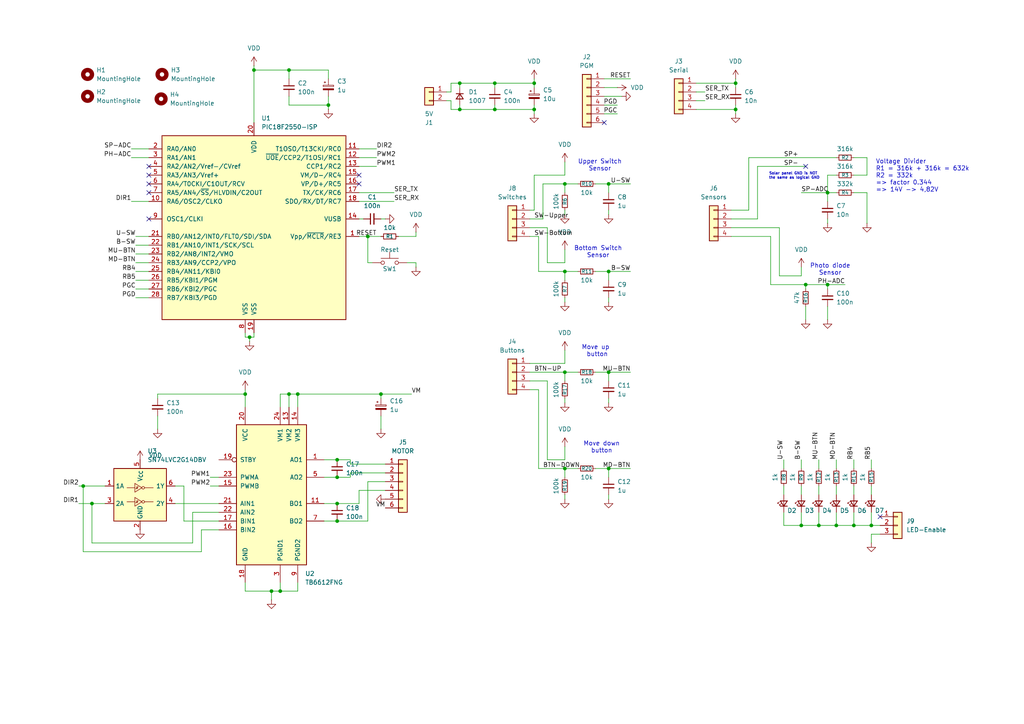
<source format=kicad_sch>
(kicad_sch (version 20250114) (generator "eeschema") (generator_version "9.0")
  (paper "A4")
  (text "Move down\nbutton" (at 174.498 129.794 0) (effects (font (size 1.27 1.27))))
  (text "Solar panel GND is NOT \nthe same as logical GND" (at 230.378 51.054 0) (effects (font (size 0.762 0.762))))
  (text "Bottom Switch\nSensor" (at 173.482 73.152 0) (effects (font (size 1.27 1.27))))
  (text "Move up \nbutton" (at 173.228 101.854 0) (effects (font (size 1.27 1.27))))
  (text "Photo diode\nSensor" (at 240.792 78.232 0) (effects (font (size 1.27 1.27))))
  (text "Upper Switch\nSensor" (at 173.99 48.006 0) (effects (font (size 1.27 1.27))))
  (text "Voltage Divider\nR1 = 316k + 316k = 632k\nR2 = 332k\n=> factor 0.344\n=> 14V -> 4,82V" (at 254 51.054 0) (effects (font (size 1.27 1.27)) (justify left)))
  (junction (at 176.53 78.74))
  (junction (at 176.53 53.34))
  (junction (at 176.53 107.95))
  (junction (at 97.79 151.13))
  (junction (at 73.66 20.32))
  (junction (at 143.51 24.13))
  (junction (at 213.36 31.75))
  (junction (at 26.67 146.05))
  (junction (at 133.35 31.75))
  (junction (at 106.68 68.58))
  (junction (at 143.51 31.75))
  (junction (at 71.12 114.3))
  (junction (at 97.79 146.05))
  (junction (at 163.83 107.95))
  (junction (at 133.35 24.13))
  (junction (at 247.65 152.4))
  (junction (at 97.79 133.35))
  (junction (at 213.36 24.13))
  (junction (at 240.03 82.55))
  (junction (at 154.94 31.75))
  (junction (at 163.83 78.74))
  (junction (at 78.74 171.45))
  (junction (at 176.53 135.89))
  (junction (at 154.94 24.13))
  (junction (at 72.39 97.79))
  (junction (at 24.13 140.97))
  (junction (at 232.41 152.4))
  (junction (at 110.49 114.3))
  (junction (at 242.57 152.4))
  (junction (at 86.36 114.3))
  (junction (at 240.03 55.88))
  (junction (at 83.82 20.32))
  (junction (at 252.73 152.4))
  (junction (at 163.83 53.34))
  (junction (at 81.28 171.45))
  (junction (at 83.82 114.3))
  (junction (at 163.83 135.89))
  (junction (at 97.79 138.43))
  (junction (at 95.25 30.48))
  (junction (at 233.68 82.55))
  (junction (at 237.49 152.4))
  (no_connect (at 233.68 48.26))
  (no_connect (at 255.27 149.86))
  (no_connect (at 43.18 63.5))
  (no_connect (at 43.18 50.8))
  (no_connect (at 43.18 48.26))
  (no_connect (at 175.26 35.56))
  (no_connect (at 104.14 53.34))
  (no_connect (at 43.18 53.34))
  (no_connect (at 43.18 55.88))
  (no_connect (at 104.14 50.8))
  (wire (pts (xy 104.14 63.5) (xy 105.41 63.5)))
  (wire (pts (xy 130.81 29.21) (xy 130.81 31.75)))
  (wire (pts (xy 176.53 107.95) (xy 182.88 107.95)))
  (wire (pts (xy 95.25 30.48) (xy 95.25 31.75)))
  (wire (pts (xy 60.96 138.43) (xy 63.5 138.43)))
  (wire (pts (xy 73.66 20.32) (xy 83.82 20.32)))
  (wire (pts (xy 153.67 66.04) (xy 158.75 66.04)))
  (wire (pts (xy 120.65 67.31) (xy 120.65 68.58)))
  (wire (pts (xy 93.98 151.13) (xy 97.79 151.13)))
  (wire (pts (xy 227.33 133.35) (xy 227.33 135.89)))
  (wire (pts (xy 53.34 151.13) (xy 53.34 140.97)))
  (wire (pts (xy 83.82 30.48) (xy 95.25 30.48)))
  (wire (pts (xy 172.72 135.89) (xy 176.53 135.89)))
  (wire (pts (xy 83.82 114.3) (xy 83.82 118.11)))
  (wire (pts (xy 247.65 152.4) (xy 252.73 152.4)))
  (wire (pts (xy 175.26 22.86) (xy 182.88 22.86)))
  (wire (pts (xy 130.81 26.67) (xy 130.81 24.13)))
  (wire (pts (xy 158.75 110.49) (xy 158.75 133.35)))
  (wire (pts (xy 81.28 168.91) (xy 81.28 171.45)))
  (wire (pts (xy 217.17 60.96) (xy 217.17 45.72)))
  (wire (pts (xy 172.72 53.34) (xy 176.53 53.34)))
  (wire (pts (xy 176.53 135.89) (xy 182.88 135.89)))
  (wire (pts (xy 45.72 120.65) (xy 45.72 124.46)))
  (wire (pts (xy 97.79 133.35) (xy 93.98 133.35)))
  (wire (pts (xy 104.14 58.42) (xy 114.3 58.42)))
  (wire (pts (xy 153.67 63.5) (xy 157.48 63.5)))
  (wire (pts (xy 22.86 140.97) (xy 24.13 140.97)))
  (wire (pts (xy 163.83 107.95) (xy 163.83 110.49)))
  (wire (pts (xy 213.36 31.75) (xy 213.36 33.02)))
  (wire (pts (xy 175.26 25.4) (xy 179.07 25.4)))
  (wire (pts (xy 233.68 82.55) (xy 240.03 82.55)))
  (wire (pts (xy 240.03 82.55) (xy 240.03 83.82)))
  (wire (pts (xy 213.36 30.48) (xy 213.36 31.75)))
  (wire (pts (xy 219.71 63.5) (xy 219.71 48.26)))
  (wire (pts (xy 93.98 138.43) (xy 97.79 138.43)))
  (wire (pts (xy 240.03 55.88) (xy 240.03 58.42)))
  (wire (pts (xy 39.37 76.2) (xy 43.18 76.2)))
  (wire (pts (xy 176.53 78.74) (xy 182.88 78.74)))
  (wire (pts (xy 252.73 154.94) (xy 255.27 154.94)))
  (wire (pts (xy 97.79 151.13) (xy 106.68 151.13)))
  (wire (pts (xy 38.1 43.18) (xy 43.18 43.18)))
  (wire (pts (xy 232.41 148.59) (xy 232.41 152.4)))
  (wire (pts (xy 71.12 171.45) (xy 78.74 171.45)))
  (wire (pts (xy 153.67 60.96) (xy 154.94 60.96)))
  (wire (pts (xy 143.51 24.13) (xy 154.94 24.13)))
  (wire (pts (xy 176.53 115.57) (xy 176.53 116.84)))
  (wire (pts (xy 251.46 45.72) (xy 251.46 50.8)))
  (wire (pts (xy 247.65 45.72) (xy 251.46 45.72)))
  (wire (pts (xy 133.35 24.13) (xy 143.51 24.13)))
  (wire (pts (xy 63.5 153.67) (xy 58.42 153.67)))
  (wire (pts (xy 223.52 82.55) (xy 233.68 82.55)))
  (wire (pts (xy 226.06 66.04) (xy 226.06 80.01)))
  (wire (pts (xy 163.83 143.51) (xy 163.83 144.78)))
  (wire (pts (xy 232.41 140.97) (xy 232.41 143.51)))
  (wire (pts (xy 55.88 157.48) (xy 26.67 157.48)))
  (wire (pts (xy 83.82 20.32) (xy 95.25 20.32)))
  (wire (pts (xy 175.26 30.48) (xy 179.07 30.48)))
  (wire (pts (xy 176.53 135.89) (xy 176.53 138.43)))
  (wire (pts (xy 39.37 81.28) (xy 43.18 81.28)))
  (wire (pts (xy 118.11 76.2) (xy 120.65 76.2)))
  (wire (pts (xy 227.33 140.97) (xy 227.33 143.51)))
  (wire (pts (xy 175.26 27.94) (xy 180.34 27.94)))
  (wire (pts (xy 143.51 30.48) (xy 143.51 31.75)))
  (wire (pts (xy 237.49 133.35) (xy 237.49 135.89)))
  (wire (pts (xy 154.94 31.75) (xy 143.51 31.75)))
  (wire (pts (xy 237.49 140.97) (xy 237.49 143.51)))
  (wire (pts (xy 237.49 148.59) (xy 237.49 152.4)))
  (wire (pts (xy 104.14 146.05) (xy 104.14 142.24)))
  (wire (pts (xy 158.75 76.2) (xy 163.83 76.2)))
  (wire (pts (xy 212.09 66.04) (xy 226.06 66.04)))
  (wire (pts (xy 154.94 31.75) (xy 154.94 33.02)))
  (wire (pts (xy 73.66 19.05) (xy 73.66 20.32)))
  (wire (pts (xy 163.83 78.74) (xy 167.64 78.74)))
  (wire (pts (xy 154.94 22.86) (xy 154.94 24.13)))
  (wire (pts (xy 86.36 114.3) (xy 86.36 118.11)))
  (wire (pts (xy 45.72 114.3) (xy 71.12 114.3)))
  (wire (pts (xy 232.41 152.4) (xy 237.49 152.4)))
  (wire (pts (xy 101.6 133.35) (xy 97.79 133.35)))
  (wire (pts (xy 110.49 120.65) (xy 110.49 124.46)))
  (wire (pts (xy 78.74 171.45) (xy 78.74 173.99)))
  (wire (pts (xy 153.67 107.95) (xy 163.83 107.95)))
  (wire (pts (xy 50.8 146.05) (xy 63.5 146.05)))
  (wire (pts (xy 93.98 146.05) (xy 97.79 146.05)))
  (wire (pts (xy 71.12 97.79) (xy 72.39 97.79)))
  (wire (pts (xy 227.33 152.4) (xy 232.41 152.4)))
  (wire (pts (xy 163.83 135.89) (xy 163.83 138.43)))
  (wire (pts (xy 58.42 153.67) (xy 58.42 160.02)))
  (wire (pts (xy 240.03 63.5) (xy 240.03 64.77)))
  (wire (pts (xy 163.83 115.57) (xy 163.83 116.84)))
  (wire (pts (xy 217.17 45.72) (xy 242.57 45.72)))
  (wire (pts (xy 242.57 140.97) (xy 242.57 143.51)))
  (wire (pts (xy 176.53 53.34) (xy 182.88 53.34)))
  (wire (pts (xy 156.21 68.58) (xy 156.21 78.74)))
  (wire (pts (xy 101.6 134.62) (xy 111.76 134.62)))
  (wire (pts (xy 233.68 88.9) (xy 233.68 92.71)))
  (wire (pts (xy 83.82 20.32) (xy 83.82 22.86)))
  (wire (pts (xy 110.49 114.3) (xy 110.49 115.57)))
  (wire (pts (xy 133.35 24.13) (xy 133.35 25.4)))
  (wire (pts (xy 153.67 110.49) (xy 158.75 110.49)))
  (wire (pts (xy 242.57 133.35) (xy 242.57 135.89)))
  (wire (pts (xy 22.86 146.05) (xy 26.67 146.05)))
  (wire (pts (xy 95.25 20.32) (xy 95.25 22.86)))
  (wire (pts (xy 154.94 60.96) (xy 154.94 50.8)))
  (wire (pts (xy 39.37 78.74) (xy 43.18 78.74)))
  (wire (pts (xy 251.46 55.88) (xy 251.46 64.77)))
  (wire (pts (xy 176.53 143.51) (xy 176.53 144.78)))
  (wire (pts (xy 120.65 77.47) (xy 120.65 76.2)))
  (wire (pts (xy 73.66 20.32) (xy 73.66 35.56)))
  (wire (pts (xy 242.57 50.8) (xy 240.03 50.8)))
  (wire (pts (xy 157.48 53.34) (xy 163.83 53.34)))
  (wire (pts (xy 227.33 148.59) (xy 227.33 152.4)))
  (wire (pts (xy 163.83 60.96) (xy 163.83 62.23)))
  (wire (pts (xy 176.53 86.36) (xy 176.53 87.63)))
  (wire (pts (xy 212.09 63.5) (xy 219.71 63.5)))
  (wire (pts (xy 163.83 53.34) (xy 163.83 55.88)))
  (wire (pts (xy 252.73 157.48) (xy 252.73 154.94)))
  (wire (pts (xy 233.68 82.55) (xy 233.68 83.82)))
  (wire (pts (xy 95.25 27.94) (xy 95.25 30.48)))
  (wire (pts (xy 157.48 63.5) (xy 157.48 53.34)))
  (wire (pts (xy 38.1 45.72) (xy 43.18 45.72)))
  (wire (pts (xy 104.14 48.26) (xy 109.22 48.26)))
  (wire (pts (xy 232.41 55.88) (xy 240.03 55.88)))
  (wire (pts (xy 104.14 45.72) (xy 109.22 45.72)))
  (wire (pts (xy 101.6 134.62) (xy 101.6 133.35)))
  (wire (pts (xy 201.93 24.13) (xy 213.36 24.13)))
  (wire (pts (xy 154.94 30.48) (xy 154.94 31.75)))
  (wire (pts (xy 252.73 133.35) (xy 252.73 135.89)))
  (wire (pts (xy 63.5 151.13) (xy 53.34 151.13)))
  (wire (pts (xy 153.67 113.03) (xy 156.21 113.03)))
  (wire (pts (xy 133.35 31.75) (xy 130.81 31.75)))
  (wire (pts (xy 240.03 55.88) (xy 242.57 55.88)))
  (wire (pts (xy 163.83 72.39) (xy 163.83 76.2)))
  (wire (pts (xy 247.65 50.8) (xy 251.46 50.8)))
  (wire (pts (xy 81.28 118.11) (xy 81.28 114.3)))
  (wire (pts (xy 240.03 88.9) (xy 240.03 92.71)))
  (wire (pts (xy 226.06 80.01) (xy 232.41 80.01)))
  (wire (pts (xy 232.41 133.35) (xy 232.41 135.89)))
  (wire (pts (xy 163.83 135.89) (xy 167.64 135.89)))
  (wire (pts (xy 101.6 137.16) (xy 111.76 137.16)))
  (wire (pts (xy 24.13 160.02) (xy 24.13 140.97)))
  (wire (pts (xy 163.83 78.74) (xy 163.83 81.28)))
  (wire (pts (xy 39.37 86.36) (xy 43.18 86.36)))
  (wire (pts (xy 163.83 53.34) (xy 167.64 53.34)))
  (wire (pts (xy 86.36 114.3) (xy 110.49 114.3)))
  (wire (pts (xy 55.88 148.59) (xy 55.88 157.48)))
  (wire (pts (xy 106.68 139.7) (xy 111.76 139.7)))
  (wire (pts (xy 86.36 171.45) (xy 86.36 168.91)))
  (wire (pts (xy 26.67 146.05) (xy 30.48 146.05)))
  (wire (pts (xy 201.93 31.75) (xy 213.36 31.75)))
  (wire (pts (xy 106.68 68.58) (xy 110.49 68.58)))
  (wire (pts (xy 242.57 152.4) (xy 247.65 152.4)))
  (wire (pts (xy 45.72 115.57) (xy 45.72 114.3)))
  (wire (pts (xy 212.09 68.58) (xy 223.52 68.58)))
  (wire (pts (xy 163.83 101.6) (xy 163.83 105.41)))
  (wire (pts (xy 158.75 66.04) (xy 158.75 76.2)))
  (wire (pts (xy 104.14 55.88) (xy 114.3 55.88)))
  (wire (pts (xy 153.67 105.41) (xy 163.83 105.41)))
  (wire (pts (xy 104.14 43.18) (xy 109.22 43.18)))
  (wire (pts (xy 240.03 50.8) (xy 240.03 55.88)))
  (wire (pts (xy 242.57 148.59) (xy 242.57 152.4)))
  (wire (pts (xy 247.65 140.97) (xy 247.65 143.51)))
  (wire (pts (xy 73.66 96.52) (xy 73.66 97.79)))
  (wire (pts (xy 97.79 146.05) (xy 104.14 146.05)))
  (wire (pts (xy 133.35 30.48) (xy 133.35 31.75)))
  (wire (pts (xy 110.49 63.5) (xy 111.76 63.5)))
  (wire (pts (xy 156.21 78.74) (xy 163.83 78.74)))
  (wire (pts (xy 143.51 24.13) (xy 143.51 25.4)))
  (wire (pts (xy 223.52 68.58) (xy 223.52 82.55)))
  (wire (pts (xy 201.93 26.67) (xy 204.47 26.67)))
  (wire (pts (xy 213.36 22.86) (xy 213.36 24.13)))
  (wire (pts (xy 81.28 171.45) (xy 86.36 171.45)))
  (wire (pts (xy 104.14 68.58) (xy 106.68 68.58)))
  (wire (pts (xy 213.36 24.13) (xy 213.36 25.4)))
  (wire (pts (xy 71.12 114.3) (xy 71.12 118.11)))
  (wire (pts (xy 201.93 29.21) (xy 204.47 29.21)))
  (wire (pts (xy 26.67 157.48) (xy 26.67 146.05)))
  (wire (pts (xy 219.71 48.26) (xy 233.68 48.26)))
  (wire (pts (xy 106.68 76.2) (xy 106.68 68.58)))
  (wire (pts (xy 163.83 86.36) (xy 163.83 87.63)))
  (wire (pts (xy 163.83 46.99) (xy 163.83 50.8)))
  (wire (pts (xy 39.37 73.66) (xy 43.18 73.66)))
  (wire (pts (xy 106.68 139.7) (xy 106.68 151.13)))
  (wire (pts (xy 71.12 168.91) (xy 71.12 171.45)))
  (wire (pts (xy 156.21 113.03) (xy 156.21 135.89)))
  (wire (pts (xy 71.12 113.03) (xy 71.12 114.3)))
  (wire (pts (xy 39.37 71.12) (xy 43.18 71.12)))
  (wire (pts (xy 110.49 114.3) (xy 119.38 114.3)))
  (wire (pts (xy 143.51 31.75) (xy 133.35 31.75)))
  (wire (pts (xy 58.42 160.02) (xy 24.13 160.02)))
  (wire (pts (xy 78.74 171.45) (xy 81.28 171.45)))
  (wire (pts (xy 39.37 83.82) (xy 43.18 83.82)))
  (wire (pts (xy 176.53 60.96) (xy 176.53 62.23)))
  (wire (pts (xy 130.81 24.13) (xy 133.35 24.13)))
  (wire (pts (xy 176.53 53.34) (xy 176.53 55.88)))
  (wire (pts (xy 63.5 148.59) (xy 55.88 148.59)))
  (wire (pts (xy 176.53 107.95) (xy 176.53 110.49)))
  (wire (pts (xy 175.26 33.02) (xy 179.07 33.02)))
  (wire (pts (xy 107.95 76.2) (xy 106.68 76.2)))
  (wire (pts (xy 154.94 50.8) (xy 163.83 50.8)))
  (wire (pts (xy 172.72 78.74) (xy 176.53 78.74)))
  (wire (pts (xy 176.53 78.74) (xy 176.53 81.28)))
  (wire (pts (xy 163.83 129.54) (xy 163.83 133.35)))
  (wire (pts (xy 72.39 97.79) (xy 72.39 99.06)))
  (wire (pts (xy 115.57 68.58) (xy 120.65 68.58)))
  (wire (pts (xy 153.67 68.58) (xy 156.21 68.58)))
  (wire (pts (xy 101.6 138.43) (xy 101.6 137.16)))
  (wire (pts (xy 39.37 68.58) (xy 43.18 68.58)))
  (wire (pts (xy 252.73 148.59) (xy 252.73 152.4)))
  (wire (pts (xy 247.65 55.88) (xy 251.46 55.88)))
  (wire (pts (xy 104.14 142.24) (xy 111.76 142.24)))
  (wire (pts (xy 240.03 82.55) (xy 245.11 82.55)))
  (wire (pts (xy 83.82 27.94) (xy 83.82 30.48)))
  (wire (pts (xy 53.34 140.97) (xy 50.8 140.97)))
  (wire (pts (xy 156.21 135.89) (xy 163.83 135.89)))
  (wire (pts (xy 97.79 138.43) (xy 101.6 138.43)))
  (wire (pts (xy 81.28 114.3) (xy 83.82 114.3)))
  (wire (pts (xy 212.09 60.96) (xy 217.17 60.96)))
  (wire (pts (xy 163.83 107.95) (xy 167.64 107.95)))
  (wire (pts (xy 83.82 114.3) (xy 86.36 114.3)))
  (wire (pts (xy 158.75 133.35) (xy 163.83 133.35)))
  (wire (pts (xy 72.39 97.79) (xy 73.66 97.79)))
  (wire (pts (xy 252.73 140.97) (xy 252.73 143.51)))
  (wire (pts (xy 247.65 133.35) (xy 247.65 135.89)))
  (wire (pts (xy 172.72 107.95) (xy 176.53 107.95)))
  (wire (pts (xy 247.65 148.59) (xy 247.65 152.4)))
  (wire (pts (xy 129.54 26.67) (xy 130.81 26.67)))
  (wire (pts (xy 24.13 140.97) (xy 30.48 140.97)))
  (wire (pts (xy 252.73 152.4) (xy 255.27 152.4)))
  (wire (pts (xy 237.49 152.4) (xy 242.57 152.4)))
  (wire (pts (xy 232.41 80.01) (xy 232.41 77.47)))
  (wire (pts (xy 71.12 96.52) (xy 71.12 97.79)))
  (wire (pts (xy 38.1 58.42) (xy 43.18 58.42)))
  (wire (pts (xy 130.81 29.21) (xy 129.54 29.21)))
  (wire (pts (xy 154.94 24.13) (xy 154.94 25.4)))
  (wire (pts (xy 60.96 140.97) (xy 63.5 140.97)))
  (label "SER_RX" (at 114.3 58.42 0))
  (label "MU-BTN" (at 237.49 133.35 90))
  (label "PWM1" (at 60.96 138.43 180))
  (label "MD-BTN" (at 39.37 76.2 180))
  (label "B-SW" (at 232.41 133.35 90))
  (label "VM" (at 119.38 114.3 0))
  (label "RESET" (at 109.22 68.58 180))
  (label "U-SW" (at 39.37 68.58 180))
  (label "U-SW" (at 227.33 133.35 90))
  (label "PH-ADC" (at 245.11 82.55 180))
  (label "DIR2" (at 22.86 140.97 180))
  (label "PWM2" (at 60.96 140.97 180))
  (label "RB5" (at 252.73 133.35 90))
  (label "SP+" (at 227.33 45.72 0))
  (label "BTN-DOWN" (at 157.48 135.89 0))
  (label "PWM2" (at 109.22 45.72 0))
  (label "SP-" (at 227.33 48.26 0))
  (label "RESET" (at 182.88 22.86 180))
  (label "DIR2" (at 109.22 43.18 0))
  (label "DIR1" (at 22.86 146.05 180))
  (label "PGC" (at 179.07 33.02 180))
  (label "PGC" (at 39.37 83.82 180))
  (label "SP-ADC" (at 38.1 43.18 180))
  (label "RB5" (at 39.37 81.28 180))
  (label "VM" (at 111.76 147.32 180))
  (label "MD-BTN" (at 182.88 135.89 180))
  (label "PGD" (at 39.37 86.36 180))
  (label "SW-Upper" (at 154.94 63.5 0))
  (label "PGD" (at 179.07 30.48 180))
  (label "MU-BTN" (at 39.37 73.66 180))
  (label "MU-BTN" (at 182.88 107.95 180))
  (label "RB4" (at 39.37 78.74 180))
  (label "PH-ADC" (at 38.1 45.72 180))
  (label "BTN-UP" (at 154.94 107.95 0))
  (label "DIR1" (at 38.1 58.42 180))
  (label "RB4" (at 247.65 133.35 90))
  (label "U-SW" (at 182.88 53.34 180))
  (label "SER_TX" (at 114.3 55.88 0))
  (label "MD-BTN" (at 242.57 133.35 90))
  (label "SER_RX" (at 204.47 29.21 0))
  (label "B-SW" (at 182.88 78.74 180))
  (label "SW-Bottom" (at 154.94 68.58 0))
  (label "B-SW" (at 39.37 71.12 180))
  (label "SP-ADC" (at 232.41 55.88 0))
  (label "PWM1" (at 109.22 48.26 0))
  (label "SER_TX" (at 204.47 26.67 0))
  (symbol (lib_id "Device:R_Small") (at 247.65 138.43 180) (unit 1)
    (property "Reference" "R14" (at 247.65 138.43 90) (effects (font (size 1.016 1.016))))
    (property "Value" "1k" (at 245.11 138.43 90))
    (property "Footprint" "Resistor_SMD:R_0603_1608Metric_Pad0.98x0.95mm_HandSolder" (effects (hide yes)))
    (property "Description" "Resistor, small symbol" (effects (hide yes)))
  )
  (symbol (lib_id "power:GND") (at 176.53 116.84 0) (unit 1)
    (property "Reference" "#PWR029" (effects (hide yes)))
    (property "Value" "GND" (effects (hide yes)))
    (property "Description" "Power symbol creates a global label with name \"GND\" , ground" (effects (hide yes)))
  )
  (symbol (lib_id "power:GND") (at 111.76 63.5 90) (unit 1)
    (property "Reference" "#PWR05" (effects (hide yes)))
    (property "Value" "GND" (effects (hide yes)))
    (property "Description" "Power symbol creates a global label with name \"GND\" , ground" (effects (hide yes)))
  )
  (symbol (lib_id "Connector_Generic:Conn_01x06") (at 116.84 139.7 0) (unit 1)
    (property "Reference" "J5" (at 116.84 128.27 0))
    (property "Value" "MOTOR" (at 116.84 130.81 0))
    (property "Footprint" "Connector_PinHeader_2.54mm:PinHeader_1x06_P2.54mm_Vertical" (effects (hide yes)))
    (property "Description" "Generic connector, single row, 01x06, script generated (kicad-library-utils/schlib/autogen/connector/)" (effects (hide yes)))
  )
  (symbol (lib_id "Device:R_Small") (at 227.33 138.43 180) (unit 1)
    (property "Reference" "R8" (at 227.33 138.43 90) (effects (font (size 1.016 1.016))))
    (property "Value" "1k" (at 224.79 138.43 90))
    (property "Footprint" "Resistor_SMD:R_0603_1608Metric_Pad0.98x0.95mm_HandSolder" (effects (hide yes)))
    (property "Description" "Resistor, small symbol" (effects (hide yes)))
  )
  (symbol (lib_id "power:GND") (at 240.03 64.77 0) (unit 1)
    (property "Reference" "#PWR016" (effects (hide yes)))
    (property "Value" "GND" (effects (hide yes)))
    (property "Description" "Power symbol creates a global label with name \"GND\" , ground" (effects (hide yes)))
  )
  (symbol (lib_id "power:GND") (at 163.83 87.63 0) (unit 1)
    (property "Reference" "#PWR022" (effects (hide yes)))
    (property "Value" "GND" (effects (hide yes)))
    (property "Description" "Power symbol creates a global label with name \"GND\" , ground" (effects (hide yes)))
  )
  (symbol (lib_id "Device:D_Small") (at 133.35 27.94 270) (unit 1)
    (property "Reference" "D1" (at 135.89 26.6699 90) (effects (justify left)))
    (property "Value" "1007" (at 135.89 29.2099 90) (effects (justify left)))
    (property "Footprint" "Diode_THT:D_DO-15_P10.16mm_Horizontal" (effects (hide yes)))
    (property "Description" "Diode, small symbol" (effects (hide yes)))
    (property "Sim.Device" "D" (effects (hide yes)))
    (property "Sim.Pins" "1=K 2=A" (effects (hide yes)))
  )
  (symbol (lib_id "Device:C_Small") (at 107.95 63.5 90) (unit 1)
    (property "Reference" "C1" (at 107.9563 57.15 90))
    (property "Value" "100n" (at 107.9563 59.69 90))
    (property "Footprint" "Capacitor_SMD:C_0603_1608Metric_Pad1.08x0.95mm_HandSolder" (effects (hide yes)))
    (property "Description" "Unpolarized capacitor, small symbol" (effects (hide yes)))
  )
  (symbol (lib_id "power:GND") (at 72.39 99.06 0) (unit 1)
    (property "Reference" "#PWR012" (effects (hide yes)))
    (property "Value" "GND" (effects (hide yes)))
    (property "Description" "Power symbol creates a global label with name \"GND\" , ground" (effects (hide yes)))
  )
  (symbol (lib_id "Switch:SW_Push") (at 113.03 76.2 0) (unit 1)
    (property "Reference" "SW1" (at 113.03 77.978 0))
    (property "Value" "Reset" (at 113.03 72.39 0))
    (property "Footprint" "Button_Switch_THT:SW_PUSH_6mm_H4.3mm" (effects (hide yes)))
    (property "Description" "Push button switch, generic, two pins" (effects (hide yes)))
  )
  (symbol (lib_id "Connector_Generic:Conn_01x02") (at 124.46 26.67 0) (mirror y) (unit 1)
    (property "Reference" "J1" (at 124.46 35.56 0))
    (property "Value" "5V" (at 124.46 33.02 0))
    (property "Footprint" "TerminalBlock:TerminalBlock_bornier-2_P5.08mm" (effects (hide yes)))
    (property "Description" "Generic connector, single row, 01x02, script generated (kicad-library-utils/schlib/autogen/connector/)" (effects (hide yes)))
  )
  (symbol (lib_id "power:VDD") (at 163.83 46.99 0) (unit 1)
    (property "Reference" "#PWR018" (effects (hide yes)))
    (property "Value" "VDD" (at 163.83 41.91 0))
    (property "Description" "Power symbol creates a global label with name \"VDD\"" (effects (hide yes)))
  )
  (symbol (lib_id "Device:R_Small") (at 163.83 113.03 180) (unit 1)
    (property "Reference" "R17" (at 163.83 113.03 90) (effects (font (size 1.016 1.016))))
    (property "Value" "100k" (at 161.29 113.03 90))
    (property "Footprint" "Resistor_SMD:R_0603_1608Metric_Pad0.98x0.95mm_HandSolder" (effects (hide yes)))
    (property "Description" "Resistor, small symbol" (effects (hide yes)))
  )
  (symbol (lib_id "Connector_Generic:Conn_01x04") (at 196.85 26.67 0) (mirror y) (unit 1)
    (property "Reference" "J3" (at 196.85 17.78 0))
    (property "Value" "Serial" (at 196.85 20.32 0))
    (property "Footprint" "Connector_Molex:Molex_PicoBlade_53047-0410_1x04_P1.25mm_Vertical" (effects (hide yes)))
    (property "Description" "Generic connector, single row, 01x04, script generated (kicad-library-utils/schlib/autogen/connector/)" (effects (hide yes)))
  )
  (symbol (lib_id "Connector_Generic:Conn_01x04") (at 207.01 63.5 0) (mirror y) (unit 1)
    (property "Reference" "J6" (at 207.01 54.61 0))
    (property "Value" "Sensors" (at 207.01 57.15 0))
    (property "Footprint" "Connector_Molex:Molex_PicoBlade_53047-0410_1x04_P1.25mm_Vertical" (effects (hide yes)))
    (property "Description" "Generic connector, single row, 01x04, script generated (kicad-library-utils/schlib/autogen/connector/)" (effects (hide yes)))
  )
  (symbol (lib_id "power:GND") (at 45.72 124.46 0) (unit 1)
    (property "Reference" "#PWR034" (effects (hide yes)))
    (property "Value" "GND" (effects (hide yes)))
    (property "Description" "Power symbol creates a global label with name \"GND\" , ground" (effects (hide yes)))
  )
  (symbol (lib_id "Device:C_Small") (at 213.36 27.94 0) (unit 1)
    (property "Reference" "C6" (at 215.9 26.6762 0) (effects (justify left)))
    (property "Value" "10n" (at 215.9 29.2162 0) (effects (justify left)))
    (property "Footprint" "Capacitor_SMD:C_0603_1608Metric_Pad1.08x0.95mm_HandSolder" (effects (hide yes)))
    (property "Description" "Unpolarized capacitor, small symbol" (effects (hide yes)))
  )
  (symbol (lib_id "Device:C_Small") (at 143.51 27.94 0) (unit 1)
    (property "Reference" "C4" (at 146.05 26.6762 0) (effects (justify left)))
    (property "Value" "100n" (at 146.05 29.2162 0) (effects (justify left)))
    (property "Footprint" "Capacitor_SMD:C_0603_1608Metric_Pad1.08x0.95mm_HandSolder" (effects (hide yes)))
    (property "Description" "Unpolarized capacitor, small symbol" (effects (hide yes)))
  )
  (symbol (lib_id "power:VDD") (at 120.65 67.31 0) (unit 1)
    (property "Reference" "#PWR03" (effects (hide yes)))
    (property "Value" "VDD" (at 120.65 62.23 0))
    (property "Description" "Power symbol creates a global label with name \"VDD\"" (effects (hide yes)))
  )
  (symbol (lib_id "Device:R_Small") (at 233.68 86.36 180) (unit 1)
    (property "Reference" "R16" (at 233.68 86.36 90) (effects (font (size 1.016 1.016))))
    (property "Value" "47k" (at 231.14 86.36 90))
    (property "Footprint" "Resistor_SMD:R_0603_1608Metric_Pad0.98x0.95mm_HandSolder" (effects (hide yes)))
    (property "Description" "Resistor, small symbol" (effects (hide yes)))
  )
  (symbol (lib_id "Device:C_Polarized_Small") (at 110.49 118.11 0) (unit 1)
    (property "Reference" "C16" (at 113.03 116.2938 0) (effects (justify left)))
    (property "Value" "1u" (at 113.03 118.8338 0) (effects (justify left)))
    (property "Footprint" "Capacitor_Tantalum_SMD:CP_EIA-3216-10_Kemet-I_HandSolder" (effects (hide yes)))
    (property "Description" "Polarized capacitor, small symbol" (effects (hide yes)))
  )
  (symbol (lib_id "power:VDD") (at 73.66 19.05 0) (unit 1)
    (property "Reference" "#PWR01" (effects (hide yes)))
    (property "Value" "VDD" (at 73.66 13.97 0))
    (property "Description" "Power symbol creates a global label with name \"VDD\"" (effects (hide yes)))
  )
  (symbol (lib_id "power:GND") (at 163.83 62.23 0) (unit 1)
    (property "Reference" "#PWR019" (effects (hide yes)))
    (property "Value" "GND" (effects (hide yes)))
    (property "Description" "Power symbol creates a global label with name \"GND\" , ground" (effects (hide yes)))
  )
  (symbol (lib_id "power:VDD") (at 40.64 133.35 0) (unit 1)
    (property "Reference" "#PWR013" (effects (hide yes)))
    (property "Value" "VDD" (at 43.18 132.0799 0) (effects (justify left)))
    (property "Description" "Power symbol creates a global label with name \"VDD\"" (effects (hide yes)))
  )
  (symbol (lib_id "Device:LED_Small") (at 247.65 146.05 90) (unit 1)
    (property "Reference" "D6" (at 248.666 148.082 90) (effects (justify right)))
    (property "Value" "LED_Small" (effects (hide yes)))
    (property "Footprint" "LED_SMD:LED_0603_1608Metric_Pad1.05x0.95mm_HandSolder" (effects (hide yes)))
    (property "Description" "Light emitting diode, small symbol" (effects (hide yes)))
    (property "Sim.Pin" "1=K 2=A" (effects (hide yes)))
  )
  (symbol (lib_id "power:GND") (at 154.94 33.02 0) (unit 1)
    (property "Reference" "#PWR07" (effects (hide yes)))
    (property "Value" "GND" (effects (hide yes)))
    (property "Description" "Power symbol creates a global label with name \"GND\" , ground" (effects (hide yes)))
  )
  (symbol (lib_id "Connector_Generic:Conn_01x06") (at 170.18 27.94 0) (mirror y) (unit 1)
    (property "Reference" "J2" (at 170.18 16.51 0))
    (property "Value" "PGM" (at 170.18 19.05 0))
    (property "Footprint" "Connector_PinHeader_2.54mm:PinHeader_1x06_P2.54mm_Vertical" (effects (hide yes)))
    (property "Description" "Generic connector, single row, 01x06, script generated (kicad-library-utils/schlib/autogen/connector/)" (effects (hide yes)))
  )
  (symbol (lib_id "power:GND") (at 213.36 33.02 0) (unit 1)
    (property "Reference" "#PWR011" (effects (hide yes)))
    (property "Value" "GND" (effects (hide yes)))
    (property "Description" "Power symbol creates a global label with name \"GND\" , ground" (effects (hide yes)))
  )
  (symbol (lib_id "Device:R_Small") (at 163.83 58.42 180) (unit 1)
    (property "Reference" "R6" (at 163.83 58.42 90) (effects (font (size 1.016 1.016))))
    (property "Value" "100k" (at 161.29 58.42 90))
    (property "Footprint" "Resistor_SMD:R_0603_1608Metric_Pad0.98x0.95mm_HandSolder" (effects (hide yes)))
    (property "Description" "Resistor, small symbol" (effects (hide yes)))
  )
  (symbol (lib_id "power:GND") (at 251.46 64.77 0) (unit 1)
    (property "Reference" "#PWR015" (effects (hide yes)))
    (property "Value" "GND" (effects (hide yes)))
    (property "Description" "Power symbol creates a global label with name \"GND\" , ground" (effects (hide yes)))
  )
  (symbol (lib_id "Device:R_Small") (at 163.83 140.97 180) (unit 1)
    (property "Reference" "R19" (at 163.83 140.97 90) (effects (font (size 1.016 1.016))))
    (property "Value" "100k" (at 161.29 140.97 90))
    (property "Footprint" "Resistor_SMD:R_0603_1608Metric_Pad0.98x0.95mm_HandSolder" (effects (hide yes)))
    (property "Description" "Resistor, small symbol" (effects (hide yes)))
  )
  (symbol (lib_id "Device:C_Small") (at 240.03 60.96 0) (unit 1)
    (property "Reference" "C7" (at 242.57 59.6962 0) (effects (justify left)))
    (property "Value" "10n" (at 242.57 62.2362 0) (effects (justify left)))
    (property "Footprint" "Capacitor_SMD:C_0603_1608Metric_Pad1.08x0.95mm_HandSolder" (effects (hide yes)))
    (property "Description" "Unpolarized capacitor, small symbol" (effects (hide yes)))
  )
  (symbol (lib_id "Device:LED_Small") (at 237.49 146.05 90) (unit 1)
    (property "Reference" "D4" (at 238.506 148.082 90) (effects (justify right)))
    (property "Value" "LED_Small" (effects (hide yes)))
    (property "Footprint" "LED_SMD:LED_0603_1608Metric_Pad1.05x0.95mm_HandSolder" (effects (hide yes)))
    (property "Description" "Light emitting diode, small symbol" (effects (hide yes)))
    (property "Sim.Pin" "1=K 2=A" (effects (hide yes)))
  )
  (symbol (lib_id "power:GND") (at 240.03 92.71 0) (unit 1)
    (property "Reference" "#PWR026" (effects (hide yes)))
    (property "Value" "GND" (effects (hide yes)))
    (property "Description" "Power symbol creates a global label with name \"GND\" , ground" (effects (hide yes)))
  )
  (symbol (lib_id "MCU_Microchip_PIC18:PIC18F2550-ISP") (at 73.66 66.04 0) (unit 1)
    (property "Reference" "U1" (at 75.8033 34.29 0) (effects (justify left)))
    (property "Value" "PIC18F2550-ISP" (at 75.8033 36.83 0) (effects (justify left)))
    (property "Footprint" "Package_DIP:DIP-28_W7.62mm" (effects (hide yes)))
    (property "Datasheet" "http://ww1.microchip.com/downloads/en/devicedoc/39632c.pdf" (effects (hide yes)))
    (property "Description" "32K Flash, 2K SRAM, 256 EEPROM, USB, nanoWatt XLP, SPDIP28" (effects (hide yes)))
  )
  (symbol (lib_id "Driver_Motor:TB6612FNG") (at 78.74 143.51 0) (unit 1)
    (property "Reference" "U2" (at 88.5033 166.37 0) (effects (justify left)))
    (property "Value" "TB6612FNG" (at 88.5033 168.91 0) (effects (justify left)))
    (property "Footprint" "Package_SO:SSOP-24_5.3x8.2mm_P0.65mm" (effects (hide yes)))
    (property "Datasheet" "https://toshiba.semicon-storage.com/us/product/linear/motordriver/detail.TB6612FNG.html" (effects (hide yes)))
    (property "Description" "Driver IC for Dual DC motor, SSOP-24" (effects (hide yes)))
  )
  (symbol (lib_id "power:GND") (at 233.68 92.71 0) (unit 1)
    (property "Reference" "#PWR025" (effects (hide yes)))
    (property "Value" "GND" (effects (hide yes)))
    (property "Description" "Power symbol creates a global label with name \"GND\" , ground" (effects (hide yes)))
  )
  (symbol (lib_id "power:GND") (at 176.53 62.23 0) (unit 1)
    (property "Reference" "#PWR023" (effects (hide yes)))
    (property "Value" "GND" (effects (hide yes)))
    (property "Description" "Power symbol creates a global label with name \"GND\" , ground" (effects (hide yes)))
  )
  (symbol (lib_id "power:GND") (at 78.74 173.99 0) (unit 1)
    (property "Reference" "#PWR036" (effects (hide yes)))
    (property "Value" "GND" (effects (hide yes)))
    (property "Description" "Power symbol creates a global label with name \"GND\" , ground" (effects (hide yes)))
  )
  (symbol (lib_id "Device:R_Small") (at 245.11 55.88 90) (unit 1)
    (property "Reference" "R4" (at 245.11 55.88 90) (effects (font (size 1.016 1.016))))
    (property "Value" "332k" (at 245.11 53.34 90))
    (property "Footprint" "Resistor_SMD:R_0603_1608Metric_Pad0.98x0.95mm_HandSolder" (effects (hide yes)))
    (property "Description" "Resistor, small symbol" (effects (hide yes)))
  )
  (symbol (lib_id "power:VDD") (at 213.36 22.86 0) (unit 1)
    (property "Reference" "#PWR010" (effects (hide yes)))
    (property "Value" "VDD" (at 213.36 17.78 0))
    (property "Description" "Power symbol creates a global label with name \"VDD\"" (effects (hide yes)))
  )
  (symbol (lib_id "Mechanical:MountingHole") (at 46.727 28.6881 0) (unit 1) (in_bom no)
    (property "Reference" "H4" (at 49.267 27.418 0) (effects (justify left)))
    (property "Value" "MountingHole" (at 49.267 29.958 0) (effects (justify left)))
    (property "Footprint" "MountingHole:MountingHole_3.2mm_M3_Pad_Via" (effects (hide yes)))
    (property "Description" "Mounting Hole without connection" (effects (hide yes)))
  )
  (symbol (lib_id "Device:C_Small") (at 240.03 86.36 0) (unit 1)
    (property "Reference" "C10" (at 242.57 85.0962 0) (effects (justify left)))
    (property "Value" "100n" (at 242.57 87.6362 0) (effects (justify left)))
    (property "Footprint" "Capacitor_SMD:C_0603_1608Metric_Pad1.08x0.95mm_HandSolder" (effects (hide yes)))
    (property "Description" "Unpolarized capacitor, small symbol" (effects (hide yes)))
  )
  (symbol (lib_id "Device:C_Small") (at 83.82 25.4 0) (unit 1)
    (property "Reference" "C2" (at 86.36 24.1362 0) (effects (justify left)))
    (property "Value" "100n" (at 86.36 26.6762 0) (effects (justify left)))
    (property "Footprint" "Capacitor_SMD:C_0603_1608Metric_Pad1.08x0.95mm_HandSolder" (effects (hide yes)))
    (property "Description" "Unpolarized capacitor, small symbol" (effects (hide yes)))
  )
  (symbol (lib_id "power:GND") (at 252.73 157.48 0) (unit 1)
    (property "Reference" "#PWR020" (effects (hide yes)))
    (property "Value" "GND" (effects (hide yes)))
    (property "Description" "Power symbol creates a global label with name \"GND\" , ground" (effects (hide yes)))
  )
  (symbol (lib_id "Device:R_Small") (at 232.41 138.43 180) (unit 1)
    (property "Reference" "R9" (at 232.41 138.43 90) (effects (font (size 1.016 1.016))))
    (property "Value" "1k" (at 229.87 138.43 90))
    (property "Footprint" "Resistor_SMD:R_0603_1608Metric_Pad0.98x0.95mm_HandSolder" (effects (hide yes)))
    (property "Description" "Resistor, small symbol" (effects (hide yes)))
  )
  (symbol (lib_id "power:VDD") (at 179.07 25.4 270) (unit 1)
    (property "Reference" "#PWR08" (effects (hide yes)))
    (property "Value" "VDD" (at 182.88 25.3999 90) (effects (justify left)))
    (property "Description" "Power symbol creates a global label with name \"VDD\"" (effects (hide yes)))
  )
  (symbol (lib_id "Device:R_Small") (at 170.18 107.95 270) (unit 1)
    (property "Reference" "R18" (at 170.18 107.95 90) (effects (font (size 1.016 1.016))))
    (property "Value" "10k" (at 170.18 110.49 90))
    (property "Footprint" "Resistor_SMD:R_0603_1608Metric_Pad0.98x0.95mm_HandSolder" (effects (hide yes)))
    (property "Description" "Resistor, small symbol" (effects (hide yes)))
  )
  (symbol (lib_id "power:GND") (at 110.49 124.46 0) (unit 1)
    (property "Reference" "#PWR035" (effects (hide yes)))
    (property "Value" "GND" (effects (hide yes)))
    (property "Description" "Power symbol creates a global label with name \"GND\" , ground" (effects (hide yes)))
  )
  (symbol (lib_id "Device:R_Small") (at 245.11 45.72 90) (unit 1)
    (property "Reference" "R2" (at 245.11 45.72 90) (effects (font (size 1.016 1.016))))
    (property "Value" "316k" (at 245.11 43.18 90))
    (property "Footprint" "Resistor_SMD:R_0603_1608Metric_Pad0.98x0.95mm_HandSolder" (effects (hide yes)))
    (property "Description" "Resistor, small symbol" (effects (hide yes)))
  )
  (symbol (lib_id "Device:C_Small") (at 45.72 118.11 0) (unit 1)
    (property "Reference" "C13" (at 48.26 116.8462 0) (effects (justify left)))
    (property "Value" "100n" (at 48.26 119.3862 0) (effects (justify left)))
    (property "Footprint" "Capacitor_SMD:C_0603_1608Metric_Pad1.08x0.95mm_HandSolder" (effects (hide yes)))
    (property "Description" "Unpolarized capacitor, small symbol" (effects (hide yes)))
  )
  (symbol (lib_id "power:VDD") (at 163.83 72.39 0) (unit 1)
    (property "Reference" "#PWR021" (effects (hide yes)))
    (property "Value" "VDD" (at 163.83 67.31 0))
    (property "Description" "Power symbol creates a global label with name \"VDD\"" (effects (hide yes)))
  )
  (symbol (lib_id "power:VDD") (at 163.83 129.54 0) (unit 1)
    (property "Reference" "#PWR030" (effects (hide yes)))
    (property "Value" "VDD" (at 163.83 124.46 0))
    (property "Description" "Power symbol creates a global label with name \"VDD\"" (effects (hide yes)))
  )
  (symbol (lib_id "Device:R_Small") (at 170.18 135.89 270) (unit 1)
    (property "Reference" "R20" (at 170.18 135.89 90) (effects (font (size 1.016 1.016))))
    (property "Value" "10k" (at 170.18 138.43 90))
    (property "Footprint" "Resistor_SMD:R_0603_1608Metric_Pad0.98x0.95mm_HandSolder" (effects (hide yes)))
    (property "Description" "Resistor, small symbol" (effects (hide yes)))
  )
  (symbol (lib_id "Device:R_Small") (at 163.83 83.82 180) (unit 1)
    (property "Reference" "R7" (at 163.83 83.82 90) (effects (font (size 1.016 1.016))))
    (property "Value" "100k" (at 161.29 83.82 90))
    (property "Footprint" "Resistor_SMD:R_0603_1608Metric_Pad0.98x0.95mm_HandSolder" (effects (hide yes)))
    (property "Description" "Resistor, small symbol" (effects (hide yes)))
  )
  (symbol (lib_id "Device:R_Small") (at 170.18 53.34 270) (unit 1)
    (property "Reference" "R10" (at 170.18 53.34 90) (effects (font (size 1.016 1.016))))
    (property "Value" "10k" (at 170.18 55.88 90))
    (property "Footprint" "Resistor_SMD:R_0603_1608Metric_Pad0.98x0.95mm_HandSolder" (effects (hide yes)))
    (property "Description" "Resistor, small symbol" (effects (hide yes)))
  )
  (symbol (lib_id "Device:C_Small") (at 176.53 113.03 0) (unit 1)
    (property "Reference" "C11" (at 179.07 111.7662 0) (effects (justify left)))
    (property "Value" "1u" (at 179.07 114.3062 0) (effects (justify left)))
    (property "Footprint" "Capacitor_SMD:C_0603_1608Metric_Pad1.08x0.95mm_HandSolder" (effects (hide yes)))
    (property "Description" "Unpolarized capacitor, small symbol" (effects (hide yes)))
  )
  (symbol (lib_id "Device:LED_Small") (at 232.41 146.05 90) (unit 1)
    (property "Reference" "D3" (at 233.426 148.082 90) (effects (justify right)))
    (property "Value" "LED_Small" (effects (hide yes)))
    (property "Footprint" "LED_SMD:LED_0603_1608Metric_Pad1.05x0.95mm_HandSolder" (effects (hide yes)))
    (property "Description" "Light emitting diode, small symbol" (effects (hide yes)))
    (property "Sim.Pin" "1=K 2=A" (effects (hide yes)))
  )
  (symbol (lib_id "Device:C_Small") (at 176.53 83.82 0) (unit 1)
    (property "Reference" "C9" (at 179.07 82.5562 0) (effects (justify left)))
    (property "Value" "1u" (at 179.07 85.0962 0) (effects (justify left)))
    (property "Footprint" "Capacitor_SMD:C_0603_1608Metric_Pad1.08x0.95mm_HandSolder" (effects (hide yes)))
    (property "Description" "Unpolarized capacitor, small symbol" (effects (hide yes)))
  )
  (symbol (lib_id "Connector_Generic:Conn_01x03") (at 260.35 152.4 0) (unit 1)
    (property "Reference" "J9" (at 262.89 151.1299 0) (effects (justify left)))
    (property "Value" "LED-Enable" (at 262.89 153.6699 0) (effects (justify left)))
    (property "Footprint" "Connector_PinHeader_2.54mm:PinHeader_1x03_P2.54mm_Vertical" (effects (hide yes)))
    (property "Description" "Generic connector, single row, 01x03, script generated (kicad-library-utils/schlib/autogen/connector/)" (effects (hide yes)))
  )
  (symbol (lib_id "power:GND") (at 163.83 144.78 0) (unit 1)
    (property "Reference" "#PWR031" (effects (hide yes)))
    (property "Value" "GND" (effects (hide yes)))
    (property "Description" "Power symbol creates a global label with name \"GND\" , ground" (effects (hide yes)))
  )
  (symbol (lib_id "Connector_Generic:Conn_01x04") (at 148.59 107.95 0) (mirror y) (unit 1)
    (property "Reference" "J4" (at 148.59 99.06 0))
    (property "Value" "Buttons" (at 148.59 101.6 0))
    (property "Footprint" "Connector_Molex:Molex_PicoBlade_53047-0410_1x04_P1.25mm_Vertical" (effects (hide yes)))
    (property "Description" "Generic connector, single row, 01x04, script generated (kicad-library-utils/schlib/autogen/connector/)" (effects (hide yes)))
  )
  (symbol (lib_id "Device:LED_Small") (at 227.33 146.05 90) (unit 1)
    (property "Reference" "D2" (at 228.346 148.082 90) (effects (justify right)))
    (property "Value" "LED_Small" (effects (hide yes)))
    (property "Footprint" "LED_SMD:LED_0603_1608Metric_Pad1.05x0.95mm_HandSolder" (effects (hide yes)))
    (property "Description" "Light emitting diode, small symbol" (effects (hide yes)))
    (property "Sim.Pin" "1=K 2=A" (effects (hide yes)))
  )
  (symbol (lib_id "Mechanical:MountingHole") (at 25.4 27.94 0) (unit 1) (in_bom no)
    (property "Reference" "H2" (at 27.94 26.6699 0) (effects (justify left)))
    (property "Value" "MountingHole" (at 27.94 29.2099 0) (effects (justify left)))
    (property "Footprint" "MountingHole:MountingHole_3.2mm_M3_Pad_Via" (effects (hide yes)))
    (property "Description" "Mounting Hole without connection" (effects (hide yes)))
  )
  (symbol (lib_id "Device:C_Small") (at 97.79 148.59 0) (unit 1)
    (property "Reference" "C18" (at 100.33 147.3262 0) (effects (justify left)))
    (property "Value" "100n" (at 100.33 149.8662 0) (effects (justify left)))
    (property "Footprint" "Capacitor_SMD:C_0603_1608Metric_Pad1.08x0.95mm_HandSolder" (effects (hide yes)))
    (property "Description" "Unpolarized capacitor, small symbol" (effects (hide yes)))
  )
  (symbol (lib_id "power:GND") (at 40.64 153.67 0) (unit 1)
    (property "Reference" "#PWR014" (effects (hide yes)))
    (property "Value" "GND" (effects (hide yes)))
    (property "Description" "Power symbol creates a global label with name \"GND\" , ground" (effects (hide yes)))
  )
  (symbol (lib_id "power:GND") (at 176.53 87.63 0) (unit 1)
    (property "Reference" "#PWR024" (effects (hide yes)))
    (property "Value" "GND" (effects (hide yes)))
    (property "Description" "Power symbol creates a global label with name \"GND\" , ground" (effects (hide yes)))
  )
  (symbol (lib_id "Device:C_Small") (at 97.79 135.89 0) (unit 1)
    (property "Reference" "C17" (at 100.33 134.6262 0) (effects (justify left)))
    (property "Value" "100n" (at 100.33 137.1662 0) (effects (justify left)))
    (property "Footprint" "Capacitor_SMD:C_0603_1608Metric_Pad1.08x0.95mm_HandSolder" (effects (hide yes)))
    (property "Description" "Unpolarized capacitor, small symbol" (effects (hide yes)))
  )
  (symbol (lib_id "Device:R_Small") (at 237.49 138.43 180) (unit 1)
    (property "Reference" "R12" (at 237.49 138.43 90) (effects (font (size 1.016 1.016))))
    (property "Value" "1k" (at 234.95 138.43 90))
    (property "Footprint" "Resistor_SMD:R_0603_1608Metric_Pad0.98x0.95mm_HandSolder" (effects (hide yes)))
    (property "Description" "Resistor, small symbol" (effects (hide yes)))
  )
  (symbol (lib_id "Device:C_Small") (at 176.53 58.42 0) (unit 1)
    (property "Reference" "C8" (at 179.07 57.1562 0) (effects (justify left)))
    (property "Value" "1u" (at 179.07 59.6962 0) (effects (justify left)))
    (property "Footprint" "Capacitor_SMD:C_0603_1608Metric_Pad1.08x0.95mm_HandSolder" (effects (hide yes)))
    (property "Description" "Unpolarized capacitor, small symbol" (effects (hide yes)))
  )
  (symbol (lib_id "Device:R_Small") (at 170.18 78.74 270) (unit 1)
    (property "Reference" "R11" (at 170.18 78.74 90) (effects (font (size 1.016 1.016))))
    (property "Value" "10k" (at 170.18 81.28 90))
    (property "Footprint" "Resistor_SMD:R_0603_1608Metric_Pad0.98x0.95mm_HandSolder" (effects (hide yes)))
    (property "Description" "Resistor, small symbol" (effects (hide yes)))
  )
  (symbol (lib_id "power:GND") (at 163.83 116.84 0) (unit 1)
    (property "Reference" "#PWR028" (effects (hide yes)))
    (property "Value" "GND" (effects (hide yes)))
    (property "Description" "Power symbol creates a global label with name \"GND\" , ground" (effects (hide yes)))
  )
  (symbol (lib_id "Device:R_Small") (at 242.57 138.43 180) (unit 1)
    (property "Reference" "R13" (at 242.57 138.43 90) (effects (font (size 1.016 1.016))))
    (property "Value" "1k" (at 240.03 138.43 90))
    (property "Footprint" "Resistor_SMD:R_0603_1608Metric_Pad0.98x0.95mm_HandSolder" (effects (hide yes)))
    (property "Description" "Resistor, small symbol" (effects (hide yes)))
  )
  (symbol (lib_id "Device:R_Small") (at 113.03 68.58 90) (unit 1)
    (property "Reference" "R1" (at 113.03 68.58 90) (effects (font (size 1.016 1.016))))
    (property "Value" "10k" (at 113.03 66.04 90))
    (property "Footprint" "Resistor_SMD:R_0603_1608Metric_Pad0.98x0.95mm_HandSolder" (effects (hide yes)))
    (property "Description" "Resistor, small symbol" (effects (hide yes)))
  )
  (symbol (lib_id "Device:C_Polarized_Small") (at 154.94 27.94 0) (unit 1)
    (property "Reference" "C5" (at 157.48 26.1238 0) (effects (justify left)))
    (property "Value" "10u" (at 157.48 28.6638 0) (effects (justify left)))
    (property "Footprint" "Capacitor_Tantalum_SMD:CP_EIA-3216-10_Kemet-I_HandSolder" (effects (hide yes)))
    (property "Description" "Polarized capacitor, small symbol" (effects (hide yes)))
  )
  (symbol (lib_id "Device:C_Polarized_Small") (at 95.25 25.4 0) (unit 1)
    (property "Reference" "C3" (at 97.79 23.5838 0) (effects (justify left)))
    (property "Value" "1u" (at 97.79 26.1238 0) (effects (justify left)))
    (property "Footprint" "Capacitor_Tantalum_SMD:CP_EIA-3216-10_Kemet-I_HandSolder" (effects (hide yes)))
    (property "Description" "Polarized capacitor, small symbol" (effects (hide yes)))
  )
  (symbol (lib_id "power:VDD") (at 154.94 22.86 0) (unit 1)
    (property "Reference" "#PWR06" (effects (hide yes)))
    (property "Value" "VDD" (at 154.94 17.78 0))
    (property "Description" "Power symbol creates a global label with name \"VDD\"" (effects (hide yes)))
  )
  (symbol (lib_id "Mechanical:MountingHole") (at 25.4 21.59 0) (unit 1) (in_bom no)
    (property "Reference" "H1" (at 27.94 20.3199 0) (effects (justify left)))
    (property "Value" "MountingHole" (at 27.94 22.8599 0) (effects (justify left)))
    (property "Footprint" "MountingHole:MountingHole_3.2mm_M3_Pad_Via" (effects (hide yes)))
    (property "Description" "Mounting Hole without connection" (effects (hide yes)))
  )
  (symbol (lib_id "power:GND") (at 176.53 144.78 0) (unit 1)
    (property "Reference" "#PWR032" (effects (hide yes)))
    (property "Value" "GND" (effects (hide yes)))
    (property "Description" "Power symbol creates a global label with name \"GND\" , ground" (effects (hide yes)))
  )
  (symbol (lib_id "Device:LED_Small") (at 242.57 146.05 90) (unit 1)
    (property "Reference" "D5" (at 243.586 148.082 90) (effects (justify right)))
    (property "Value" "LED_Small" (effects (hide yes)))
    (property "Footprint" "LED_SMD:LED_0603_1608Metric_Pad1.05x0.95mm_HandSolder" (effects (hide yes)))
    (property "Description" "Light emitting diode, small symbol" (effects (hide yes)))
    (property "Sim.Pin" "1=K 2=A" (effects (hide yes)))
  )
  (symbol (lib_id "power:GND") (at 180.34 27.94 90) (unit 1)
    (property "Reference" "#PWR09" (effects (hide yes)))
    (property "Value" "GND" (effects (hide yes)))
    (property "Description" "Power symbol creates a global label with name \"GND\" , ground" (effects (hide yes)))
  )
  (symbol (lib_id "power:GND") (at 95.25 31.75 0) (unit 1)
    (property "Reference" "#PWR02" (effects (hide yes)))
    (property "Value" "GND" (effects (hide yes)))
    (property "Description" "Power symbol creates a global label with name \"GND\" , ground" (effects (hide yes)))
  )
  (symbol (lib_id "Mechanical:MountingHole") (at 46.99 21.59 0) (unit 1) (in_bom no)
    (property "Reference" "H3" (at 49.53 20.3199 0) (effects (justify left)))
    (property "Value" "MountingHole" (at 49.53 22.8599 0) (effects (justify left)))
    (property "Footprint" "MountingHole:MountingHole_3.2mm_M3_Pad_Via" (effects (hide yes)))
    (property "Description" "Mounting Hole without connection" (effects (hide yes)))
  )
  (symbol (lib_id "power:GND") (at 111.76 144.78 270) (unit 1)
    (property "Reference" "#PWR037" (effects (hide yes)))
    (property "Value" "GND" (effects (hide yes)))
    (property "Description" "Power symbol creates a global label with name \"GND\" , ground" (effects (hide yes)))
  )
  (symbol (lib_id "Device:R_Small") (at 245.11 50.8 90) (unit 1)
    (property "Reference" "R3" (at 245.11 50.8 90) (effects (font (size 1.016 1.016))))
    (property "Value" "316k" (at 245.11 48.26 90))
    (property "Footprint" "Resistor_SMD:R_0603_1608Metric_Pad0.98x0.95mm_HandSolder" (effects (hide yes)))
    (property "Description" "Resistor, small symbol" (effects (hide yes)))
  )
  (symbol (lib_id "power:GND") (at 120.65 77.47 0) (unit 1)
    (property "Reference" "#PWR04" (effects (hide yes)))
    (property "Value" "GND" (effects (hide yes)))
    (property "Description" "Power symbol creates a global label with name \"GND\" , ground" (effects (hide yes)))
  )
  (symbol (lib_id "Device:R_Small") (at 252.73 138.43 180) (unit 1)
    (property "Reference" "R15" (at 252.73 138.43 90) (effects (font (size 1.016 1.016))))
    (property "Value" "1k" (at 250.19 138.43 90))
    (property "Footprint" "Resistor_SMD:R_0603_1608Metric_Pad0.98x0.95mm_HandSolder" (effects (hide yes)))
    (property "Description" "Resistor, small symbol" (effects (hide yes)))
  )
  (symbol (lib_id "Device:C_Small") (at 176.53 140.97 0) (unit 1)
    (property "Reference" "C12" (at 179.07 139.7062 0) (effects (justify left)))
    (property "Value" "1u" (at 179.07 142.2462 0) (effects (justify left)))
    (property "Footprint" "Capacitor_SMD:C_0603_1608Metric_Pad1.08x0.95mm_HandSolder" (effects (hide yes)))
    (property "Description" "Unpolarized capacitor, small symbol" (effects (hide yes)))
  )
  (symbol (lib_id "Device:LED_Small") (at 252.73 146.05 90) (unit 1)
    (property "Reference" "D7" (at 253.746 148.082 90) (effects (justify right)))
    (property "Value" "LED_Small" (effects (hide yes)))
    (property "Footprint" "LED_SMD:LED_0603_1608Metric_Pad1.05x0.95mm_HandSolder" (effects (hide yes)))
    (property "Description" "Light emitting diode, small symbol" (effects (hide yes)))
    (property "Sim.Pin" "1=K 2=A" (effects (hide yes)))
  )
  (symbol (lib_id "power:VDD") (at 232.41 77.47 0) (unit 1)
    (property "Reference" "#PWR017" (effects (hide yes)))
    (property "Value" "VDD" (at 232.41 72.39 0))
    (property "Description" "Power symbol creates a global label with name \"VDD\"" (effects (hide yes)))
  )
  (symbol (lib_id "74xGxx:SN74LVC2G14DBV") (at 40.64 143.51 0) (unit 1)
    (property "Reference" "U3" (at 42.7833 130.81 0) (effects (justify left)))
    (property "Value" "SN74LVC2G14DBV" (at 42.7833 133.35 0) (effects (justify left)))
    (property "Footprint" "Package_TO_SOT_SMD:SOT-23-6" (effects (hide yes)))
    (property "Datasheet" "https://www.ti.com/lit/ds/symlink/sn74lvc2g14.pdf" (effects (hide yes)))
    (property "Description" "Dual schmitt inverter, VCC from 1.65 to 5.5 V, SOT-23" (effects (hide yes)))
  )
  (symbol (lib_id "Connector_Generic:Conn_01x04") (at 148.59 63.5 0) (mirror y) (unit 1)
    (property "Reference" "J8" (at 148.59 54.61 0))
    (property "Value" "Switches" (at 148.59 57.15 0))
    (property "Footprint" "Connector_Molex:Molex_PicoBlade_53047-0410_1x04_P1.25mm_Vertical" (effects (hide yes)))
    (property "Description" "Generic connector, single row, 01x04, script generated (kicad-library-utils/schlib/autogen/connector/)" (effects (hide yes)))
  )
  (symbol (lib_id "power:VDD") (at 163.83 101.6 0) (unit 1)
    (property "Reference" "#PWR027" (effects (hide yes)))
    (property "Value" "VDD" (at 163.83 96.52 0))
    (property "Description" "Power symbol creates a global label with name \"VDD\"" (effects (hide yes)))
  )
  (symbol (lib_id "power:VDD") (at 71.12 113.03 0) (unit 1)
    (property "Reference" "#PWR033" (effects (hide yes)))
    (property "Value" "VDD" (at 71.12 107.95 0))
    (property "Description" "Power symbol creates a global label with name \"VDD\"" (effects (hide yes)))
  )
)
</source>
